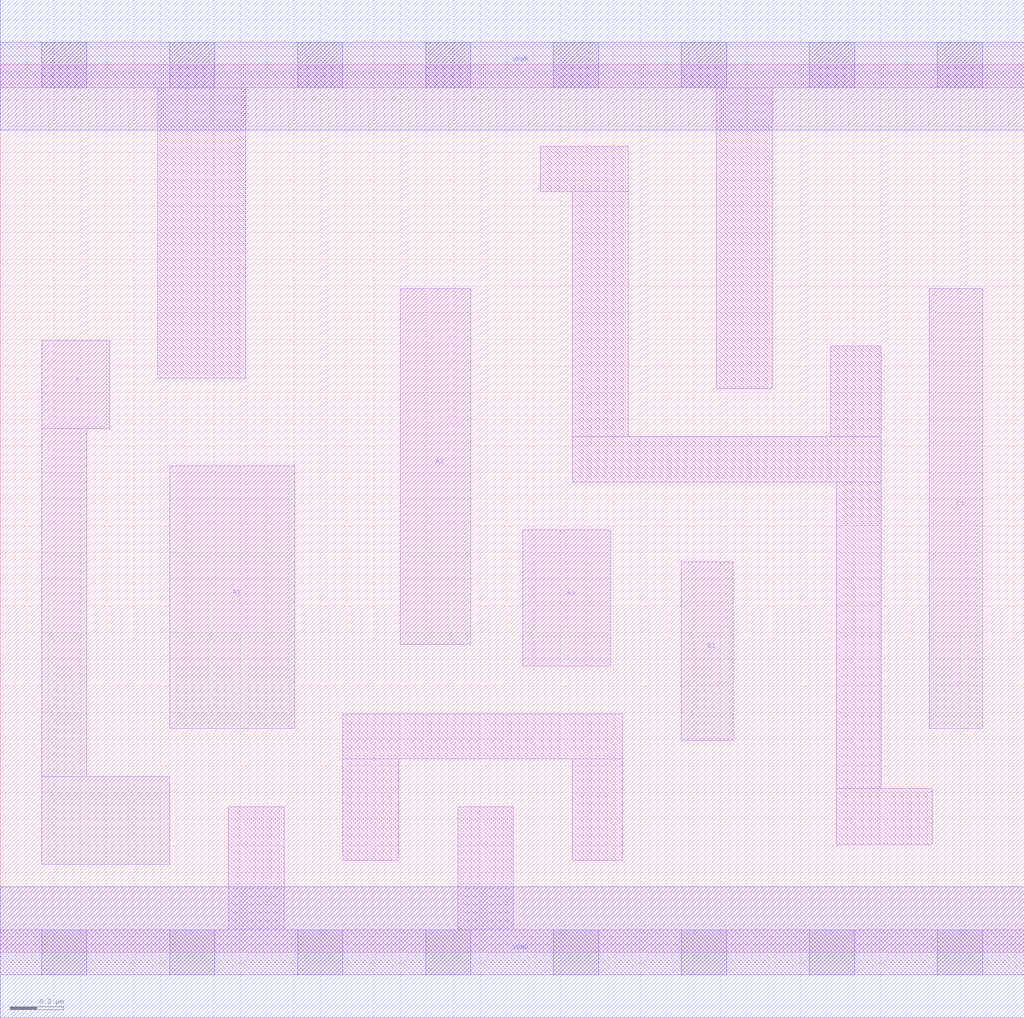
<source format=lef>
# Copyright 2020 The SkyWater PDK Authors
#
# Licensed under the Apache License, Version 2.0 (the "License");
# you may not use this file except in compliance with the License.
# You may obtain a copy of the License at
#
#     https://www.apache.org/licenses/LICENSE-2.0
#
# Unless required by applicable law or agreed to in writing, software
# distributed under the License is distributed on an "AS IS" BASIS,
# WITHOUT WARRANTIES OR CONDITIONS OF ANY KIND, either express or implied.
# See the License for the specific language governing permissions and
# limitations under the License.
#
# SPDX-License-Identifier: Apache-2.0

VERSION 5.7 ;
  NOWIREEXTENSIONATPIN ON ;
  DIVIDERCHAR "/" ;
  BUSBITCHARS "[]" ;
UNITS
  DATABASE MICRONS 200 ;
END UNITS
MACRO sky130_fd_sc_lp__o311a_m
  CLASS CORE ;
  FOREIGN sky130_fd_sc_lp__o311a_m ;
  ORIGIN  0.000000  0.000000 ;
  SIZE  3.840000 BY  3.330000 ;
  SYMMETRY X Y R90 ;
  SITE unit ;
  PIN A1
    ANTENNAGATEAREA  0.126000 ;
    DIRECTION INPUT ;
    USE SIGNAL ;
    PORT
      LAYER li1 ;
        RECT 0.635000 0.840000 1.105000 1.825000 ;
    END
  END A1
  PIN A2
    ANTENNAGATEAREA  0.126000 ;
    DIRECTION INPUT ;
    USE SIGNAL ;
    PORT
      LAYER li1 ;
        RECT 1.500000 1.155000 1.765000 2.490000 ;
    END
  END A2
  PIN A3
    ANTENNAGATEAREA  0.126000 ;
    DIRECTION INPUT ;
    USE SIGNAL ;
    PORT
      LAYER li1 ;
        RECT 1.960000 1.075000 2.290000 1.585000 ;
    END
  END A3
  PIN B1
    ANTENNAGATEAREA  0.126000 ;
    DIRECTION INPUT ;
    USE SIGNAL ;
    PORT
      LAYER li1 ;
        RECT 2.555000 0.795000 2.750000 1.465000 ;
    END
  END B1
  PIN C1
    ANTENNAGATEAREA  0.126000 ;
    DIRECTION INPUT ;
    USE SIGNAL ;
    PORT
      LAYER li1 ;
        RECT 3.485000 0.840000 3.685000 2.490000 ;
    END
  END C1
  PIN X
    ANTENNADIFFAREA  0.231000 ;
    DIRECTION OUTPUT ;
    USE SIGNAL ;
    PORT
      LAYER li1 ;
        RECT 0.155000 0.330000 0.635000 0.660000 ;
        RECT 0.155000 0.660000 0.325000 1.965000 ;
        RECT 0.155000 1.965000 0.410000 2.295000 ;
    END
  END X
  PIN VGND
    DIRECTION INOUT ;
    USE GROUND ;
    PORT
      LAYER met1 ;
        RECT 0.000000 -0.245000 3.840000 0.245000 ;
    END
  END VGND
  PIN VPWR
    DIRECTION INOUT ;
    USE POWER ;
    PORT
      LAYER met1 ;
        RECT 0.000000 3.085000 3.840000 3.575000 ;
    END
  END VPWR
  OBS
    LAYER li1 ;
      RECT 0.000000 -0.085000 3.840000 0.085000 ;
      RECT 0.000000  3.245000 3.840000 3.415000 ;
      RECT 0.590000  2.155000 0.920000 3.245000 ;
      RECT 0.855000  0.085000 1.065000 0.545000 ;
      RECT 1.285000  0.345000 1.495000 0.725000 ;
      RECT 1.285000  0.725000 2.335000 0.895000 ;
      RECT 1.715000  0.085000 1.925000 0.545000 ;
      RECT 2.025000  2.855000 2.355000 3.025000 ;
      RECT 2.145000  0.345000 2.335000 0.725000 ;
      RECT 2.145000  1.765000 3.305000 1.935000 ;
      RECT 2.145000  1.935000 2.355000 2.855000 ;
      RECT 2.685000  2.115000 2.895000 3.245000 ;
      RECT 3.115000  1.935000 3.305000 2.275000 ;
      RECT 3.135000  0.405000 3.495000 0.615000 ;
      RECT 3.135000  0.615000 3.305000 1.765000 ;
    LAYER mcon ;
      RECT 0.155000 -0.085000 0.325000 0.085000 ;
      RECT 0.155000  3.245000 0.325000 3.415000 ;
      RECT 0.635000 -0.085000 0.805000 0.085000 ;
      RECT 0.635000  3.245000 0.805000 3.415000 ;
      RECT 1.115000 -0.085000 1.285000 0.085000 ;
      RECT 1.115000  3.245000 1.285000 3.415000 ;
      RECT 1.595000 -0.085000 1.765000 0.085000 ;
      RECT 1.595000  3.245000 1.765000 3.415000 ;
      RECT 2.075000 -0.085000 2.245000 0.085000 ;
      RECT 2.075000  3.245000 2.245000 3.415000 ;
      RECT 2.555000 -0.085000 2.725000 0.085000 ;
      RECT 2.555000  3.245000 2.725000 3.415000 ;
      RECT 3.035000 -0.085000 3.205000 0.085000 ;
      RECT 3.035000  3.245000 3.205000 3.415000 ;
      RECT 3.515000 -0.085000 3.685000 0.085000 ;
      RECT 3.515000  3.245000 3.685000 3.415000 ;
  END
END sky130_fd_sc_lp__o311a_m
END LIBRARY

</source>
